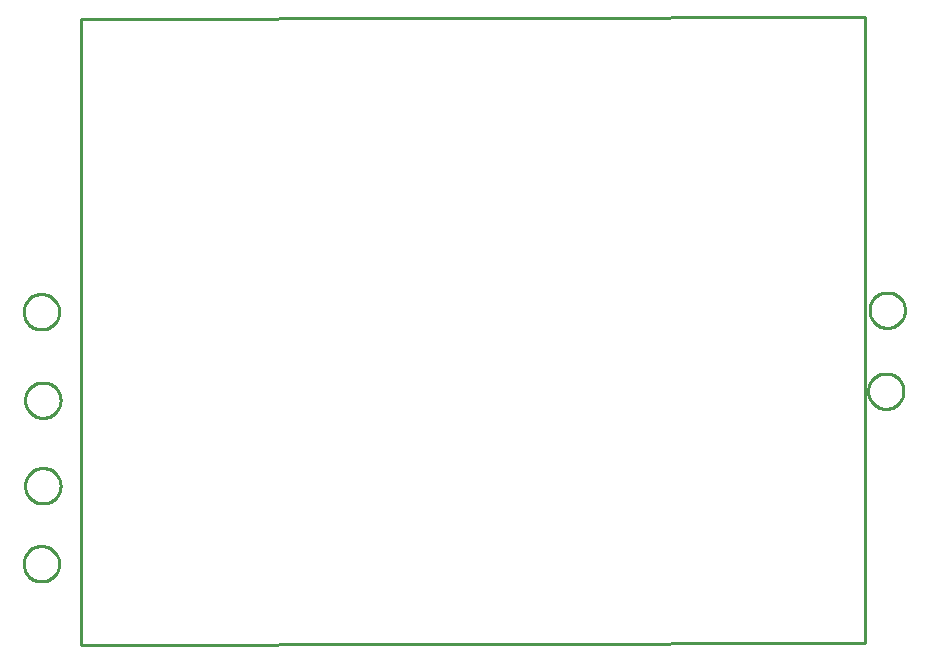
<source format=gbr>
G04 EAGLE Gerber RS-274X export*
G75*
%MOMM*%
%FSLAX34Y34*%
%LPD*%
%IN*%
%IPPOS*%
%AMOC8*
5,1,8,0,0,1.08239X$1,22.5*%
G01*
%ADD10C,0.254000*%


D10*
X-6350Y1270D02*
X657660Y2540D01*
X657660Y532640D01*
X-6350Y531370D01*
X-6350Y1270D01*
X675516Y230900D02*
X676584Y230824D01*
X677645Y230671D01*
X678692Y230443D01*
X679720Y230141D01*
X680724Y229767D01*
X681699Y229322D01*
X682639Y228808D01*
X683540Y228229D01*
X684398Y227587D01*
X685208Y226885D01*
X685965Y226128D01*
X686667Y225318D01*
X687309Y224460D01*
X687888Y223559D01*
X688402Y222619D01*
X688847Y221644D01*
X689221Y220640D01*
X689523Y219612D01*
X689751Y218565D01*
X689904Y217504D01*
X689980Y216436D01*
X689980Y215364D01*
X689904Y214296D01*
X689751Y213235D01*
X689523Y212188D01*
X689221Y211160D01*
X688847Y210156D01*
X688402Y209181D01*
X687888Y208241D01*
X687309Y207340D01*
X686667Y206482D01*
X685965Y205672D01*
X685208Y204915D01*
X684398Y204213D01*
X683540Y203571D01*
X682639Y202992D01*
X681699Y202478D01*
X680724Y202033D01*
X679720Y201659D01*
X678692Y201357D01*
X677645Y201129D01*
X676584Y200976D01*
X675516Y200900D01*
X674444Y200900D01*
X673376Y200976D01*
X672315Y201129D01*
X671268Y201357D01*
X670240Y201659D01*
X669236Y202033D01*
X668261Y202478D01*
X667321Y202992D01*
X666420Y203571D01*
X665562Y204213D01*
X664752Y204915D01*
X663995Y205672D01*
X663293Y206482D01*
X662651Y207340D01*
X662072Y208241D01*
X661558Y209181D01*
X661113Y210156D01*
X660739Y211160D01*
X660437Y212188D01*
X660209Y213235D01*
X660056Y214296D01*
X659980Y215364D01*
X659980Y216436D01*
X660056Y217504D01*
X660209Y218565D01*
X660437Y219612D01*
X660739Y220640D01*
X661113Y221644D01*
X661558Y222619D01*
X662072Y223559D01*
X662651Y224460D01*
X663293Y225318D01*
X663995Y226128D01*
X664752Y226885D01*
X665562Y227587D01*
X666420Y228229D01*
X667321Y228808D01*
X668261Y229322D01*
X669236Y229767D01*
X670240Y230141D01*
X671268Y230443D01*
X672315Y230671D01*
X673376Y230824D01*
X674444Y230900D01*
X675516Y230900D01*
X676786Y299480D02*
X677854Y299404D01*
X678915Y299251D01*
X679962Y299023D01*
X680990Y298721D01*
X681994Y298347D01*
X682969Y297902D01*
X683909Y297388D01*
X684810Y296809D01*
X685668Y296167D01*
X686478Y295465D01*
X687235Y294708D01*
X687937Y293898D01*
X688579Y293040D01*
X689158Y292139D01*
X689672Y291199D01*
X690117Y290224D01*
X690491Y289220D01*
X690793Y288192D01*
X691021Y287145D01*
X691174Y286084D01*
X691250Y285016D01*
X691250Y283944D01*
X691174Y282876D01*
X691021Y281815D01*
X690793Y280768D01*
X690491Y279740D01*
X690117Y278736D01*
X689672Y277761D01*
X689158Y276821D01*
X688579Y275920D01*
X687937Y275062D01*
X687235Y274252D01*
X686478Y273495D01*
X685668Y272793D01*
X684810Y272151D01*
X683909Y271572D01*
X682969Y271058D01*
X681994Y270613D01*
X680990Y270239D01*
X679962Y269937D01*
X678915Y269709D01*
X677854Y269556D01*
X676786Y269480D01*
X675714Y269480D01*
X674646Y269556D01*
X673585Y269709D01*
X672538Y269937D01*
X671510Y270239D01*
X670506Y270613D01*
X669531Y271058D01*
X668591Y271572D01*
X667690Y272151D01*
X666832Y272793D01*
X666022Y273495D01*
X665265Y274252D01*
X664563Y275062D01*
X663921Y275920D01*
X663342Y276821D01*
X662828Y277761D01*
X662383Y278736D01*
X662009Y279740D01*
X661707Y280768D01*
X661479Y281815D01*
X661326Y282876D01*
X661250Y283944D01*
X661250Y285016D01*
X661326Y286084D01*
X661479Y287145D01*
X661707Y288192D01*
X662009Y289220D01*
X662383Y290224D01*
X662828Y291199D01*
X663342Y292139D01*
X663921Y293040D01*
X664563Y293898D01*
X665265Y294708D01*
X666022Y295465D01*
X666832Y296167D01*
X667690Y296809D01*
X668591Y297388D01*
X669531Y297902D01*
X670506Y298347D01*
X671510Y298721D01*
X672538Y299023D01*
X673585Y299251D01*
X674646Y299404D01*
X675714Y299480D01*
X676786Y299480D01*
X-40516Y54850D02*
X-41584Y54926D01*
X-42645Y55079D01*
X-43692Y55307D01*
X-44720Y55609D01*
X-45724Y55983D01*
X-46699Y56428D01*
X-47639Y56942D01*
X-48540Y57521D01*
X-49398Y58163D01*
X-50208Y58865D01*
X-50965Y59622D01*
X-51667Y60432D01*
X-52309Y61290D01*
X-52888Y62191D01*
X-53402Y63131D01*
X-53847Y64106D01*
X-54221Y65110D01*
X-54523Y66138D01*
X-54751Y67185D01*
X-54904Y68246D01*
X-54980Y69314D01*
X-54980Y70386D01*
X-54904Y71454D01*
X-54751Y72515D01*
X-54523Y73562D01*
X-54221Y74590D01*
X-53847Y75594D01*
X-53402Y76569D01*
X-52888Y77509D01*
X-52309Y78410D01*
X-51667Y79268D01*
X-50965Y80078D01*
X-50208Y80835D01*
X-49398Y81537D01*
X-48540Y82179D01*
X-47639Y82758D01*
X-46699Y83272D01*
X-45724Y83717D01*
X-44720Y84091D01*
X-43692Y84393D01*
X-42645Y84621D01*
X-41584Y84774D01*
X-40516Y84850D01*
X-39444Y84850D01*
X-38376Y84774D01*
X-37315Y84621D01*
X-36268Y84393D01*
X-35240Y84091D01*
X-34236Y83717D01*
X-33261Y83272D01*
X-32321Y82758D01*
X-31420Y82179D01*
X-30562Y81537D01*
X-29752Y80835D01*
X-28995Y80078D01*
X-28293Y79268D01*
X-27651Y78410D01*
X-27072Y77509D01*
X-26558Y76569D01*
X-26113Y75594D01*
X-25739Y74590D01*
X-25437Y73562D01*
X-25209Y72515D01*
X-25056Y71454D01*
X-24980Y70386D01*
X-24980Y69314D01*
X-25056Y68246D01*
X-25209Y67185D01*
X-25437Y66138D01*
X-25739Y65110D01*
X-26113Y64106D01*
X-26558Y63131D01*
X-27072Y62191D01*
X-27651Y61290D01*
X-28293Y60432D01*
X-28995Y59622D01*
X-29752Y58865D01*
X-30562Y58163D01*
X-31420Y57521D01*
X-32321Y56942D01*
X-33261Y56428D01*
X-34236Y55983D01*
X-35240Y55609D01*
X-36268Y55307D01*
X-37315Y55079D01*
X-38376Y54926D01*
X-39444Y54850D01*
X-40516Y54850D01*
X-39246Y120890D02*
X-40314Y120966D01*
X-41375Y121119D01*
X-42422Y121347D01*
X-43450Y121649D01*
X-44454Y122023D01*
X-45429Y122468D01*
X-46369Y122982D01*
X-47270Y123561D01*
X-48128Y124203D01*
X-48938Y124905D01*
X-49695Y125662D01*
X-50397Y126472D01*
X-51039Y127330D01*
X-51618Y128231D01*
X-52132Y129171D01*
X-52577Y130146D01*
X-52951Y131150D01*
X-53253Y132178D01*
X-53481Y133225D01*
X-53634Y134286D01*
X-53710Y135354D01*
X-53710Y136426D01*
X-53634Y137494D01*
X-53481Y138555D01*
X-53253Y139602D01*
X-52951Y140630D01*
X-52577Y141634D01*
X-52132Y142609D01*
X-51618Y143549D01*
X-51039Y144450D01*
X-50397Y145308D01*
X-49695Y146118D01*
X-48938Y146875D01*
X-48128Y147577D01*
X-47270Y148219D01*
X-46369Y148798D01*
X-45429Y149312D01*
X-44454Y149757D01*
X-43450Y150131D01*
X-42422Y150433D01*
X-41375Y150661D01*
X-40314Y150814D01*
X-39246Y150890D01*
X-38174Y150890D01*
X-37106Y150814D01*
X-36045Y150661D01*
X-34998Y150433D01*
X-33970Y150131D01*
X-32966Y149757D01*
X-31991Y149312D01*
X-31051Y148798D01*
X-30150Y148219D01*
X-29292Y147577D01*
X-28482Y146875D01*
X-27725Y146118D01*
X-27023Y145308D01*
X-26381Y144450D01*
X-25802Y143549D01*
X-25288Y142609D01*
X-24843Y141634D01*
X-24469Y140630D01*
X-24167Y139602D01*
X-23939Y138555D01*
X-23786Y137494D01*
X-23710Y136426D01*
X-23710Y135354D01*
X-23786Y134286D01*
X-23939Y133225D01*
X-24167Y132178D01*
X-24469Y131150D01*
X-24843Y130146D01*
X-25288Y129171D01*
X-25802Y128231D01*
X-26381Y127330D01*
X-27023Y126472D01*
X-27725Y125662D01*
X-28482Y124905D01*
X-29292Y124203D01*
X-30150Y123561D01*
X-31051Y122982D01*
X-31991Y122468D01*
X-32966Y122023D01*
X-33970Y121649D01*
X-34998Y121347D01*
X-36045Y121119D01*
X-37106Y120966D01*
X-38174Y120890D01*
X-39246Y120890D01*
X-40516Y268210D02*
X-41584Y268286D01*
X-42645Y268439D01*
X-43692Y268667D01*
X-44720Y268969D01*
X-45724Y269343D01*
X-46699Y269788D01*
X-47639Y270302D01*
X-48540Y270881D01*
X-49398Y271523D01*
X-50208Y272225D01*
X-50965Y272982D01*
X-51667Y273792D01*
X-52309Y274650D01*
X-52888Y275551D01*
X-53402Y276491D01*
X-53847Y277466D01*
X-54221Y278470D01*
X-54523Y279498D01*
X-54751Y280545D01*
X-54904Y281606D01*
X-54980Y282674D01*
X-54980Y283746D01*
X-54904Y284814D01*
X-54751Y285875D01*
X-54523Y286922D01*
X-54221Y287950D01*
X-53847Y288954D01*
X-53402Y289929D01*
X-52888Y290869D01*
X-52309Y291770D01*
X-51667Y292628D01*
X-50965Y293438D01*
X-50208Y294195D01*
X-49398Y294897D01*
X-48540Y295539D01*
X-47639Y296118D01*
X-46699Y296632D01*
X-45724Y297077D01*
X-44720Y297451D01*
X-43692Y297753D01*
X-42645Y297981D01*
X-41584Y298134D01*
X-40516Y298210D01*
X-39444Y298210D01*
X-38376Y298134D01*
X-37315Y297981D01*
X-36268Y297753D01*
X-35240Y297451D01*
X-34236Y297077D01*
X-33261Y296632D01*
X-32321Y296118D01*
X-31420Y295539D01*
X-30562Y294897D01*
X-29752Y294195D01*
X-28995Y293438D01*
X-28293Y292628D01*
X-27651Y291770D01*
X-27072Y290869D01*
X-26558Y289929D01*
X-26113Y288954D01*
X-25739Y287950D01*
X-25437Y286922D01*
X-25209Y285875D01*
X-25056Y284814D01*
X-24980Y283746D01*
X-24980Y282674D01*
X-25056Y281606D01*
X-25209Y280545D01*
X-25437Y279498D01*
X-25739Y278470D01*
X-26113Y277466D01*
X-26558Y276491D01*
X-27072Y275551D01*
X-27651Y274650D01*
X-28293Y273792D01*
X-28995Y272982D01*
X-29752Y272225D01*
X-30562Y271523D01*
X-31420Y270881D01*
X-32321Y270302D01*
X-33261Y269788D01*
X-34236Y269343D01*
X-35240Y268969D01*
X-36268Y268667D01*
X-37315Y268439D01*
X-38376Y268286D01*
X-39444Y268210D01*
X-40516Y268210D01*
X-39246Y193280D02*
X-40314Y193356D01*
X-41375Y193509D01*
X-42422Y193737D01*
X-43450Y194039D01*
X-44454Y194413D01*
X-45429Y194858D01*
X-46369Y195372D01*
X-47270Y195951D01*
X-48128Y196593D01*
X-48938Y197295D01*
X-49695Y198052D01*
X-50397Y198862D01*
X-51039Y199720D01*
X-51618Y200621D01*
X-52132Y201561D01*
X-52577Y202536D01*
X-52951Y203540D01*
X-53253Y204568D01*
X-53481Y205615D01*
X-53634Y206676D01*
X-53710Y207744D01*
X-53710Y208816D01*
X-53634Y209884D01*
X-53481Y210945D01*
X-53253Y211992D01*
X-52951Y213020D01*
X-52577Y214024D01*
X-52132Y214999D01*
X-51618Y215939D01*
X-51039Y216840D01*
X-50397Y217698D01*
X-49695Y218508D01*
X-48938Y219265D01*
X-48128Y219967D01*
X-47270Y220609D01*
X-46369Y221188D01*
X-45429Y221702D01*
X-44454Y222147D01*
X-43450Y222521D01*
X-42422Y222823D01*
X-41375Y223051D01*
X-40314Y223204D01*
X-39246Y223280D01*
X-38174Y223280D01*
X-37106Y223204D01*
X-36045Y223051D01*
X-34998Y222823D01*
X-33970Y222521D01*
X-32966Y222147D01*
X-31991Y221702D01*
X-31051Y221188D01*
X-30150Y220609D01*
X-29292Y219967D01*
X-28482Y219265D01*
X-27725Y218508D01*
X-27023Y217698D01*
X-26381Y216840D01*
X-25802Y215939D01*
X-25288Y214999D01*
X-24843Y214024D01*
X-24469Y213020D01*
X-24167Y211992D01*
X-23939Y210945D01*
X-23786Y209884D01*
X-23710Y208816D01*
X-23710Y207744D01*
X-23786Y206676D01*
X-23939Y205615D01*
X-24167Y204568D01*
X-24469Y203540D01*
X-24843Y202536D01*
X-25288Y201561D01*
X-25802Y200621D01*
X-26381Y199720D01*
X-27023Y198862D01*
X-27725Y198052D01*
X-28482Y197295D01*
X-29292Y196593D01*
X-30150Y195951D01*
X-31051Y195372D01*
X-31991Y194858D01*
X-32966Y194413D01*
X-33970Y194039D01*
X-34998Y193737D01*
X-36045Y193509D01*
X-37106Y193356D01*
X-38174Y193280D01*
X-39246Y193280D01*
M02*

</source>
